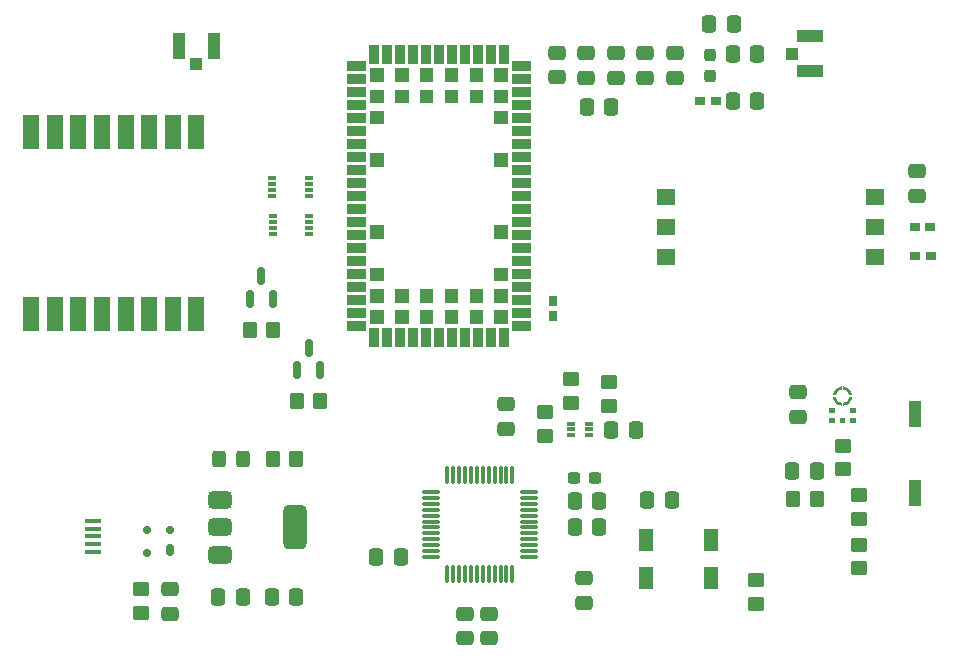
<source format=gbr>
%TF.GenerationSoftware,KiCad,Pcbnew,8.0.0*%
%TF.CreationDate,2024-10-31T15:18:52+01:00*%
%TF.ProjectId,gateway_design_kicad,67617465-7761-4795-9f64-657369676e5f,rev?*%
%TF.SameCoordinates,Original*%
%TF.FileFunction,Paste,Top*%
%TF.FilePolarity,Positive*%
%FSLAX46Y46*%
G04 Gerber Fmt 4.6, Leading zero omitted, Abs format (unit mm)*
G04 Created by KiCad (PCBNEW 8.0.0) date 2024-10-31 15:18:52*
%MOMM*%
%LPD*%
G01*
G04 APERTURE LIST*
G04 Aperture macros list*
%AMRoundRect*
0 Rectangle with rounded corners*
0 $1 Rounding radius*
0 $2 $3 $4 $5 $6 $7 $8 $9 X,Y pos of 4 corners*
0 Add a 4 corners polygon primitive as box body*
4,1,4,$2,$3,$4,$5,$6,$7,$8,$9,$2,$3,0*
0 Add four circle primitives for the rounded corners*
1,1,$1+$1,$2,$3*
1,1,$1+$1,$4,$5*
1,1,$1+$1,$6,$7*
1,1,$1+$1,$8,$9*
0 Add four rect primitives between the rounded corners*
20,1,$1+$1,$2,$3,$4,$5,0*
20,1,$1+$1,$4,$5,$6,$7,0*
20,1,$1+$1,$6,$7,$8,$9,0*
20,1,$1+$1,$8,$9,$2,$3,0*%
G04 Aperture macros list end*
%ADD10C,0.000000*%
%ADD11C,0.010000*%
%ADD12RoundRect,0.075000X0.662500X0.075000X-0.662500X0.075000X-0.662500X-0.075000X0.662500X-0.075000X0*%
%ADD13RoundRect,0.075000X0.075000X0.662500X-0.075000X0.662500X-0.075000X-0.662500X0.075000X-0.662500X0*%
%ADD14R,0.800000X0.300000*%
%ADD15RoundRect,0.175000X0.175000X0.325000X-0.175000X0.325000X-0.175000X-0.325000X0.175000X-0.325000X0*%
%ADD16RoundRect,0.150000X0.200000X0.150000X-0.200000X0.150000X-0.200000X-0.150000X0.200000X-0.150000X0*%
%ADD17RoundRect,0.250000X0.475000X-0.337500X0.475000X0.337500X-0.475000X0.337500X-0.475000X-0.337500X0*%
%ADD18RoundRect,0.250000X-0.450000X0.350000X-0.450000X-0.350000X0.450000X-0.350000X0.450000X0.350000X0*%
%ADD19R,1.050000X1.000000*%
%ADD20R,2.200000X1.050000*%
%ADD21RoundRect,0.237500X0.300000X0.237500X-0.300000X0.237500X-0.300000X-0.237500X0.300000X-0.237500X0*%
%ADD22RoundRect,0.250000X0.337500X0.475000X-0.337500X0.475000X-0.337500X-0.475000X0.337500X-0.475000X0*%
%ADD23RoundRect,0.250000X-0.337500X-0.475000X0.337500X-0.475000X0.337500X0.475000X-0.337500X0.475000X0*%
%ADD24R,1.400000X3.000000*%
%ADD25RoundRect,0.250000X-0.475000X0.337500X-0.475000X-0.337500X0.475000X-0.337500X0.475000X0.337500X0*%
%ADD26RoundRect,0.150000X0.150000X-0.587500X0.150000X0.587500X-0.150000X0.587500X-0.150000X-0.587500X0*%
%ADD27R,0.900000X0.700000*%
%ADD28RoundRect,0.085000X-0.265000X-0.085000X0.265000X-0.085000X0.265000X0.085000X-0.265000X0.085000X0*%
%ADD29R,1.600000X1.400000*%
%ADD30RoundRect,0.250000X-0.325000X-0.450000X0.325000X-0.450000X0.325000X0.450000X-0.325000X0.450000X0*%
%ADD31RoundRect,0.375000X-0.625000X-0.375000X0.625000X-0.375000X0.625000X0.375000X-0.625000X0.375000X0*%
%ADD32RoundRect,0.500000X-0.500000X-1.400000X0.500000X-1.400000X0.500000X1.400000X-0.500000X1.400000X0*%
%ADD33R,1.000000X1.050000*%
%ADD34R,1.050000X2.200000*%
%ADD35R,1.400000X0.400000*%
%ADD36RoundRect,0.250000X-0.350000X-0.450000X0.350000X-0.450000X0.350000X0.450000X-0.350000X0.450000X0*%
%ADD37RoundRect,0.250000X0.450000X-0.350000X0.450000X0.350000X-0.450000X0.350000X-0.450000X-0.350000X0*%
%ADD38RoundRect,0.250000X0.350000X0.450000X-0.350000X0.450000X-0.350000X-0.450000X0.350000X-0.450000X0*%
%ADD39R,1.300000X1.900000*%
%ADD40RoundRect,0.237500X0.237500X-0.300000X0.237500X0.300000X-0.237500X0.300000X-0.237500X-0.300000X0*%
%ADD41R,0.700000X0.900000*%
%ADD42R,1.120000X2.160000*%
G04 APERTURE END LIST*
%TO.C,MK2*%
G36*
X153050000Y-94411000D02*
G01*
X153550000Y-94411000D01*
X153550000Y-93989000D01*
X153050000Y-93989000D01*
X153050000Y-94411000D01*
G37*
G36*
X153550000Y-93589000D02*
G01*
X153050000Y-93589000D01*
X153050000Y-93167000D01*
X153550000Y-93167000D01*
X153550000Y-93589000D01*
G37*
G36*
X154450000Y-94411000D02*
G01*
X153950000Y-94411000D01*
X153950000Y-93989000D01*
X154450000Y-93989000D01*
X154450000Y-94411000D01*
G37*
G36*
X154850000Y-93589000D02*
G01*
X155350000Y-93589000D01*
X155350000Y-93167000D01*
X154850000Y-93167000D01*
X154850000Y-93589000D01*
G37*
G36*
X155350000Y-94411000D02*
G01*
X154850000Y-94411000D01*
X154850000Y-93989000D01*
X155350000Y-93989000D01*
X155350000Y-94411000D01*
G37*
D10*
G36*
X154150000Y-91565700D02*
G01*
X154040200Y-91586700D01*
X153936800Y-91628900D01*
X153843700Y-91690700D01*
X153764700Y-91769700D01*
X153702900Y-91862800D01*
X153660700Y-91966200D01*
X153639700Y-92076000D01*
X153389000Y-92076000D01*
X153416600Y-91910500D01*
X153477500Y-91754300D01*
X153569200Y-91613800D01*
X153687800Y-91495200D01*
X153828300Y-91403500D01*
X153984500Y-91342600D01*
X154150000Y-91315000D01*
X154150000Y-91565700D01*
G37*
G36*
X153660700Y-92285800D02*
G01*
X153702900Y-92389200D01*
X153764700Y-92482300D01*
X153843700Y-92561300D01*
X153936800Y-92623100D01*
X154040200Y-92665300D01*
X154150000Y-92686300D01*
X154150000Y-92937000D01*
X153984500Y-92909400D01*
X153828300Y-92848500D01*
X153687800Y-92756800D01*
X153569200Y-92638200D01*
X153477500Y-92497700D01*
X153416600Y-92341500D01*
X153389000Y-92176000D01*
X153639700Y-92176000D01*
X153660700Y-92285800D01*
G37*
G36*
X154415500Y-91342600D02*
G01*
X154571700Y-91403500D01*
X154712200Y-91495200D01*
X154830800Y-91613800D01*
X154922500Y-91754300D01*
X154983400Y-91910500D01*
X155011000Y-92076000D01*
X154760300Y-92076000D01*
X154739300Y-91966200D01*
X154697100Y-91862800D01*
X154635300Y-91769700D01*
X154556300Y-91690700D01*
X154463200Y-91628900D01*
X154359800Y-91586700D01*
X154250000Y-91565700D01*
X154250000Y-91315000D01*
X154415500Y-91342600D01*
G37*
G36*
X154983400Y-92341500D02*
G01*
X154922500Y-92497700D01*
X154830800Y-92638200D01*
X154712200Y-92756800D01*
X154571700Y-92848500D01*
X154415500Y-92909400D01*
X154250000Y-92937000D01*
X154250000Y-92686300D01*
X154359800Y-92665300D01*
X154463200Y-92623100D01*
X154556300Y-92561300D01*
X154635300Y-92482300D01*
X154697100Y-92389200D01*
X154739300Y-92285800D01*
X154760300Y-92176000D01*
X155011000Y-92176000D01*
X154983400Y-92341500D01*
G37*
D11*
%TO.C,U11*%
X113775000Y-64525000D02*
X112225000Y-64525000D01*
X112225000Y-63775000D01*
X113775000Y-63775000D01*
X113775000Y-64525000D01*
G36*
X113775000Y-64525000D02*
G01*
X112225000Y-64525000D01*
X112225000Y-63775000D01*
X113775000Y-63775000D01*
X113775000Y-64525000D01*
G37*
X113775000Y-65625000D02*
X112225000Y-65625000D01*
X112225000Y-64875000D01*
X113775000Y-64875000D01*
X113775000Y-65625000D01*
G36*
X113775000Y-65625000D02*
G01*
X112225000Y-65625000D01*
X112225000Y-64875000D01*
X113775000Y-64875000D01*
X113775000Y-65625000D01*
G37*
X113775000Y-66725000D02*
X112225000Y-66725000D01*
X112225000Y-65975000D01*
X113775000Y-65975000D01*
X113775000Y-66725000D01*
G36*
X113775000Y-66725000D02*
G01*
X112225000Y-66725000D01*
X112225000Y-65975000D01*
X113775000Y-65975000D01*
X113775000Y-66725000D01*
G37*
X113775000Y-67825000D02*
X112225000Y-67825000D01*
X112225000Y-67075000D01*
X113775000Y-67075000D01*
X113775000Y-67825000D01*
G36*
X113775000Y-67825000D02*
G01*
X112225000Y-67825000D01*
X112225000Y-67075000D01*
X113775000Y-67075000D01*
X113775000Y-67825000D01*
G37*
X113775000Y-68925000D02*
X112225000Y-68925000D01*
X112225000Y-68175000D01*
X113775000Y-68175000D01*
X113775000Y-68925000D01*
G36*
X113775000Y-68925000D02*
G01*
X112225000Y-68925000D01*
X112225000Y-68175000D01*
X113775000Y-68175000D01*
X113775000Y-68925000D01*
G37*
X113775000Y-70025000D02*
X112225000Y-70025000D01*
X112225000Y-69275000D01*
X113775000Y-69275000D01*
X113775000Y-70025000D01*
G36*
X113775000Y-70025000D02*
G01*
X112225000Y-70025000D01*
X112225000Y-69275000D01*
X113775000Y-69275000D01*
X113775000Y-70025000D01*
G37*
X113775000Y-71125000D02*
X112225000Y-71125000D01*
X112225000Y-70375000D01*
X113775000Y-70375000D01*
X113775000Y-71125000D01*
G36*
X113775000Y-71125000D02*
G01*
X112225000Y-71125000D01*
X112225000Y-70375000D01*
X113775000Y-70375000D01*
X113775000Y-71125000D01*
G37*
X113775000Y-72225000D02*
X112225000Y-72225000D01*
X112225000Y-71475000D01*
X113775000Y-71475000D01*
X113775000Y-72225000D01*
G36*
X113775000Y-72225000D02*
G01*
X112225000Y-72225000D01*
X112225000Y-71475000D01*
X113775000Y-71475000D01*
X113775000Y-72225000D01*
G37*
X113775000Y-73325000D02*
X112225000Y-73325000D01*
X112225000Y-72575000D01*
X113775000Y-72575000D01*
X113775000Y-73325000D01*
G36*
X113775000Y-73325000D02*
G01*
X112225000Y-73325000D01*
X112225000Y-72575000D01*
X113775000Y-72575000D01*
X113775000Y-73325000D01*
G37*
X113775000Y-74425000D02*
X112225000Y-74425000D01*
X112225000Y-73675000D01*
X113775000Y-73675000D01*
X113775000Y-74425000D01*
G36*
X113775000Y-74425000D02*
G01*
X112225000Y-74425000D01*
X112225000Y-73675000D01*
X113775000Y-73675000D01*
X113775000Y-74425000D01*
G37*
X113775000Y-75525000D02*
X112225000Y-75525000D01*
X112225000Y-74775000D01*
X113775000Y-74775000D01*
X113775000Y-75525000D01*
G36*
X113775000Y-75525000D02*
G01*
X112225000Y-75525000D01*
X112225000Y-74775000D01*
X113775000Y-74775000D01*
X113775000Y-75525000D01*
G37*
X113775000Y-76625000D02*
X112225000Y-76625000D01*
X112225000Y-75875000D01*
X113775000Y-75875000D01*
X113775000Y-76625000D01*
G36*
X113775000Y-76625000D02*
G01*
X112225000Y-76625000D01*
X112225000Y-75875000D01*
X113775000Y-75875000D01*
X113775000Y-76625000D01*
G37*
X113775000Y-77725000D02*
X112225000Y-77725000D01*
X112225000Y-76975000D01*
X113775000Y-76975000D01*
X113775000Y-77725000D01*
G36*
X113775000Y-77725000D02*
G01*
X112225000Y-77725000D01*
X112225000Y-76975000D01*
X113775000Y-76975000D01*
X113775000Y-77725000D01*
G37*
X113775000Y-78825000D02*
X112225000Y-78825000D01*
X112225000Y-78075000D01*
X113775000Y-78075000D01*
X113775000Y-78825000D01*
G36*
X113775000Y-78825000D02*
G01*
X112225000Y-78825000D01*
X112225000Y-78075000D01*
X113775000Y-78075000D01*
X113775000Y-78825000D01*
G37*
X113775000Y-79925000D02*
X112225000Y-79925000D01*
X112225000Y-79175000D01*
X113775000Y-79175000D01*
X113775000Y-79925000D01*
G36*
X113775000Y-79925000D02*
G01*
X112225000Y-79925000D01*
X112225000Y-79175000D01*
X113775000Y-79175000D01*
X113775000Y-79925000D01*
G37*
X113775000Y-81025000D02*
X112225000Y-81025000D01*
X112225000Y-80275000D01*
X113775000Y-80275000D01*
X113775000Y-81025000D01*
G36*
X113775000Y-81025000D02*
G01*
X112225000Y-81025000D01*
X112225000Y-80275000D01*
X113775000Y-80275000D01*
X113775000Y-81025000D01*
G37*
X113775000Y-82125000D02*
X112225000Y-82125000D01*
X112225000Y-81375000D01*
X113775000Y-81375000D01*
X113775000Y-82125000D01*
G36*
X113775000Y-82125000D02*
G01*
X112225000Y-82125000D01*
X112225000Y-81375000D01*
X113775000Y-81375000D01*
X113775000Y-82125000D01*
G37*
X113775000Y-83225000D02*
X112225000Y-83225000D01*
X112225000Y-82475000D01*
X113775000Y-82475000D01*
X113775000Y-83225000D01*
G36*
X113775000Y-83225000D02*
G01*
X112225000Y-83225000D01*
X112225000Y-82475000D01*
X113775000Y-82475000D01*
X113775000Y-83225000D01*
G37*
X113775000Y-84325000D02*
X112225000Y-84325000D01*
X112225000Y-83575000D01*
X113775000Y-83575000D01*
X113775000Y-84325000D01*
G36*
X113775000Y-84325000D02*
G01*
X112225000Y-84325000D01*
X112225000Y-83575000D01*
X113775000Y-83575000D01*
X113775000Y-84325000D01*
G37*
X113775000Y-85425000D02*
X112225000Y-85425000D01*
X112225000Y-84675000D01*
X113775000Y-84675000D01*
X113775000Y-85425000D01*
G36*
X113775000Y-85425000D02*
G01*
X112225000Y-85425000D01*
X112225000Y-84675000D01*
X113775000Y-84675000D01*
X113775000Y-85425000D01*
G37*
X113775000Y-86525000D02*
X112225000Y-86525000D01*
X112225000Y-85775000D01*
X113775000Y-85775000D01*
X113775000Y-86525000D01*
G36*
X113775000Y-86525000D02*
G01*
X112225000Y-86525000D01*
X112225000Y-85775000D01*
X113775000Y-85775000D01*
X113775000Y-86525000D01*
G37*
X114875000Y-63925000D02*
X114125000Y-63925000D01*
X114125000Y-62375000D01*
X114875000Y-62375000D01*
X114875000Y-63925000D01*
G36*
X114875000Y-63925000D02*
G01*
X114125000Y-63925000D01*
X114125000Y-62375000D01*
X114875000Y-62375000D01*
X114875000Y-63925000D01*
G37*
X114875000Y-87925000D02*
X114125000Y-87925000D01*
X114125000Y-86375000D01*
X114875000Y-86375000D01*
X114875000Y-87925000D01*
G36*
X114875000Y-87925000D02*
G01*
X114125000Y-87925000D01*
X114125000Y-86375000D01*
X114875000Y-86375000D01*
X114875000Y-87925000D01*
G37*
X115275000Y-65425000D02*
X114225000Y-65425000D01*
X114225000Y-64375000D01*
X115275000Y-64375000D01*
X115275000Y-65425000D01*
G36*
X115275000Y-65425000D02*
G01*
X114225000Y-65425000D01*
X114225000Y-64375000D01*
X115275000Y-64375000D01*
X115275000Y-65425000D01*
G37*
X115275000Y-67225000D02*
X114225000Y-67225000D01*
X114225000Y-66175000D01*
X115275000Y-66175000D01*
X115275000Y-67225000D01*
G36*
X115275000Y-67225000D02*
G01*
X114225000Y-67225000D01*
X114225000Y-66175000D01*
X115275000Y-66175000D01*
X115275000Y-67225000D01*
G37*
X115275000Y-69025000D02*
X114225000Y-69025000D01*
X114225000Y-67975000D01*
X115275000Y-67975000D01*
X115275000Y-69025000D01*
G36*
X115275000Y-69025000D02*
G01*
X114225000Y-69025000D01*
X114225000Y-67975000D01*
X115275000Y-67975000D01*
X115275000Y-69025000D01*
G37*
X115275000Y-72625000D02*
X114225000Y-72625000D01*
X114225000Y-71575000D01*
X115275000Y-71575000D01*
X115275000Y-72625000D01*
G36*
X115275000Y-72625000D02*
G01*
X114225000Y-72625000D01*
X114225000Y-71575000D01*
X115275000Y-71575000D01*
X115275000Y-72625000D01*
G37*
X115275000Y-78725000D02*
X114225000Y-78725000D01*
X114225000Y-77675000D01*
X115275000Y-77675000D01*
X115275000Y-78725000D01*
G36*
X115275000Y-78725000D02*
G01*
X114225000Y-78725000D01*
X114225000Y-77675000D01*
X115275000Y-77675000D01*
X115275000Y-78725000D01*
G37*
X115275000Y-82325000D02*
X114225000Y-82325000D01*
X114225000Y-81275000D01*
X115275000Y-81275000D01*
X115275000Y-82325000D01*
G36*
X115275000Y-82325000D02*
G01*
X114225000Y-82325000D01*
X114225000Y-81275000D01*
X115275000Y-81275000D01*
X115275000Y-82325000D01*
G37*
X115275000Y-84125000D02*
X114225000Y-84125000D01*
X114225000Y-83075000D01*
X115275000Y-83075000D01*
X115275000Y-84125000D01*
G36*
X115275000Y-84125000D02*
G01*
X114225000Y-84125000D01*
X114225000Y-83075000D01*
X115275000Y-83075000D01*
X115275000Y-84125000D01*
G37*
X115275000Y-85925000D02*
X114225000Y-85925000D01*
X114225000Y-84875000D01*
X115275000Y-84875000D01*
X115275000Y-85925000D01*
G36*
X115275000Y-85925000D02*
G01*
X114225000Y-85925000D01*
X114225000Y-84875000D01*
X115275000Y-84875000D01*
X115275000Y-85925000D01*
G37*
X115975000Y-63925000D02*
X115225000Y-63925000D01*
X115225000Y-62375000D01*
X115975000Y-62375000D01*
X115975000Y-63925000D01*
G36*
X115975000Y-63925000D02*
G01*
X115225000Y-63925000D01*
X115225000Y-62375000D01*
X115975000Y-62375000D01*
X115975000Y-63925000D01*
G37*
X115975000Y-87925000D02*
X115225000Y-87925000D01*
X115225000Y-86375000D01*
X115975000Y-86375000D01*
X115975000Y-87925000D01*
G36*
X115975000Y-87925000D02*
G01*
X115225000Y-87925000D01*
X115225000Y-86375000D01*
X115975000Y-86375000D01*
X115975000Y-87925000D01*
G37*
X117075000Y-63925000D02*
X116325000Y-63925000D01*
X116325000Y-62375000D01*
X117075000Y-62375000D01*
X117075000Y-63925000D01*
G36*
X117075000Y-63925000D02*
G01*
X116325000Y-63925000D01*
X116325000Y-62375000D01*
X117075000Y-62375000D01*
X117075000Y-63925000D01*
G37*
X117375000Y-65425000D02*
X116325000Y-65425000D01*
X116325000Y-64375000D01*
X117375000Y-64375000D01*
X117375000Y-65425000D01*
G36*
X117375000Y-65425000D02*
G01*
X116325000Y-65425000D01*
X116325000Y-64375000D01*
X117375000Y-64375000D01*
X117375000Y-65425000D01*
G37*
X117375000Y-67225000D02*
X116325000Y-67225000D01*
X116325000Y-66175000D01*
X117375000Y-66175000D01*
X117375000Y-67225000D01*
G36*
X117375000Y-67225000D02*
G01*
X116325000Y-67225000D01*
X116325000Y-66175000D01*
X117375000Y-66175000D01*
X117375000Y-67225000D01*
G37*
X117375000Y-84125000D02*
X116325000Y-84125000D01*
X116325000Y-83075000D01*
X117375000Y-83075000D01*
X117375000Y-84125000D01*
G36*
X117375000Y-84125000D02*
G01*
X116325000Y-84125000D01*
X116325000Y-83075000D01*
X117375000Y-83075000D01*
X117375000Y-84125000D01*
G37*
X117375000Y-85925000D02*
X116325000Y-85925000D01*
X116325000Y-84875000D01*
X117375000Y-84875000D01*
X117375000Y-85925000D01*
G36*
X117375000Y-85925000D02*
G01*
X116325000Y-85925000D01*
X116325000Y-84875000D01*
X117375000Y-84875000D01*
X117375000Y-85925000D01*
G37*
X117075000Y-87925000D02*
X116325000Y-87925000D01*
X116325000Y-86375000D01*
X117075000Y-86375000D01*
X117075000Y-87925000D01*
G36*
X117075000Y-87925000D02*
G01*
X116325000Y-87925000D01*
X116325000Y-86375000D01*
X117075000Y-86375000D01*
X117075000Y-87925000D01*
G37*
X118175000Y-63925000D02*
X117425000Y-63925000D01*
X117425000Y-62375000D01*
X118175000Y-62375000D01*
X118175000Y-63925000D01*
G36*
X118175000Y-63925000D02*
G01*
X117425000Y-63925000D01*
X117425000Y-62375000D01*
X118175000Y-62375000D01*
X118175000Y-63925000D01*
G37*
X118175000Y-87925000D02*
X117425000Y-87925000D01*
X117425000Y-86375000D01*
X118175000Y-86375000D01*
X118175000Y-87925000D01*
G36*
X118175000Y-87925000D02*
G01*
X117425000Y-87925000D01*
X117425000Y-86375000D01*
X118175000Y-86375000D01*
X118175000Y-87925000D01*
G37*
X119475000Y-65425000D02*
X118425000Y-65425000D01*
X118425000Y-64375000D01*
X119475000Y-64375000D01*
X119475000Y-65425000D01*
G36*
X119475000Y-65425000D02*
G01*
X118425000Y-65425000D01*
X118425000Y-64375000D01*
X119475000Y-64375000D01*
X119475000Y-65425000D01*
G37*
X119475000Y-67225000D02*
X118425000Y-67225000D01*
X118425000Y-66175000D01*
X119475000Y-66175000D01*
X119475000Y-67225000D01*
G36*
X119475000Y-67225000D02*
G01*
X118425000Y-67225000D01*
X118425000Y-66175000D01*
X119475000Y-66175000D01*
X119475000Y-67225000D01*
G37*
X119475000Y-84125000D02*
X118425000Y-84125000D01*
X118425000Y-83075000D01*
X119475000Y-83075000D01*
X119475000Y-84125000D01*
G36*
X119475000Y-84125000D02*
G01*
X118425000Y-84125000D01*
X118425000Y-83075000D01*
X119475000Y-83075000D01*
X119475000Y-84125000D01*
G37*
X119475000Y-85925000D02*
X118425000Y-85925000D01*
X118425000Y-84875000D01*
X119475000Y-84875000D01*
X119475000Y-85925000D01*
G36*
X119475000Y-85925000D02*
G01*
X118425000Y-85925000D01*
X118425000Y-84875000D01*
X119475000Y-84875000D01*
X119475000Y-85925000D01*
G37*
X119275000Y-63925000D02*
X118525000Y-63925000D01*
X118525000Y-62375000D01*
X119275000Y-62375000D01*
X119275000Y-63925000D01*
G36*
X119275000Y-63925000D02*
G01*
X118525000Y-63925000D01*
X118525000Y-62375000D01*
X119275000Y-62375000D01*
X119275000Y-63925000D01*
G37*
X119275000Y-87925000D02*
X118525000Y-87925000D01*
X118525000Y-86375000D01*
X119275000Y-86375000D01*
X119275000Y-87925000D01*
G36*
X119275000Y-87925000D02*
G01*
X118525000Y-87925000D01*
X118525000Y-86375000D01*
X119275000Y-86375000D01*
X119275000Y-87925000D01*
G37*
X120375000Y-63925000D02*
X119625000Y-63925000D01*
X119625000Y-62375000D01*
X120375000Y-62375000D01*
X120375000Y-63925000D01*
G36*
X120375000Y-63925000D02*
G01*
X119625000Y-63925000D01*
X119625000Y-62375000D01*
X120375000Y-62375000D01*
X120375000Y-63925000D01*
G37*
X120375000Y-87925000D02*
X119625000Y-87925000D01*
X119625000Y-86375000D01*
X120375000Y-86375000D01*
X120375000Y-87925000D01*
G36*
X120375000Y-87925000D02*
G01*
X119625000Y-87925000D01*
X119625000Y-86375000D01*
X120375000Y-86375000D01*
X120375000Y-87925000D01*
G37*
X121575000Y-65425000D02*
X120525000Y-65425000D01*
X120525000Y-64375000D01*
X121575000Y-64375000D01*
X121575000Y-65425000D01*
G36*
X121575000Y-65425000D02*
G01*
X120525000Y-65425000D01*
X120525000Y-64375000D01*
X121575000Y-64375000D01*
X121575000Y-65425000D01*
G37*
X121575000Y-67225000D02*
X120525000Y-67225000D01*
X120525000Y-66175000D01*
X121575000Y-66175000D01*
X121575000Y-67225000D01*
G36*
X121575000Y-67225000D02*
G01*
X120525000Y-67225000D01*
X120525000Y-66175000D01*
X121575000Y-66175000D01*
X121575000Y-67225000D01*
G37*
X121575000Y-84125000D02*
X120525000Y-84125000D01*
X120525000Y-83075000D01*
X121575000Y-83075000D01*
X121575000Y-84125000D01*
G36*
X121575000Y-84125000D02*
G01*
X120525000Y-84125000D01*
X120525000Y-83075000D01*
X121575000Y-83075000D01*
X121575000Y-84125000D01*
G37*
X121575000Y-85925000D02*
X120525000Y-85925000D01*
X120525000Y-84875000D01*
X121575000Y-84875000D01*
X121575000Y-85925000D01*
G36*
X121575000Y-85925000D02*
G01*
X120525000Y-85925000D01*
X120525000Y-84875000D01*
X121575000Y-84875000D01*
X121575000Y-85925000D01*
G37*
X121475000Y-63925000D02*
X120725000Y-63925000D01*
X120725000Y-62375000D01*
X121475000Y-62375000D01*
X121475000Y-63925000D01*
G36*
X121475000Y-63925000D02*
G01*
X120725000Y-63925000D01*
X120725000Y-62375000D01*
X121475000Y-62375000D01*
X121475000Y-63925000D01*
G37*
X121475000Y-87925000D02*
X120725000Y-87925000D01*
X120725000Y-86375000D01*
X121475000Y-86375000D01*
X121475000Y-87925000D01*
G36*
X121475000Y-87925000D02*
G01*
X120725000Y-87925000D01*
X120725000Y-86375000D01*
X121475000Y-86375000D01*
X121475000Y-87925000D01*
G37*
X122575000Y-63925000D02*
X121825000Y-63925000D01*
X121825000Y-62375000D01*
X122575000Y-62375000D01*
X122575000Y-63925000D01*
G36*
X122575000Y-63925000D02*
G01*
X121825000Y-63925000D01*
X121825000Y-62375000D01*
X122575000Y-62375000D01*
X122575000Y-63925000D01*
G37*
X122575000Y-87925000D02*
X121825000Y-87925000D01*
X121825000Y-86375000D01*
X122575000Y-86375000D01*
X122575000Y-87925000D01*
G36*
X122575000Y-87925000D02*
G01*
X121825000Y-87925000D01*
X121825000Y-86375000D01*
X122575000Y-86375000D01*
X122575000Y-87925000D01*
G37*
X123675000Y-65425000D02*
X122625000Y-65425000D01*
X122625000Y-64375000D01*
X123675000Y-64375000D01*
X123675000Y-65425000D01*
G36*
X123675000Y-65425000D02*
G01*
X122625000Y-65425000D01*
X122625000Y-64375000D01*
X123675000Y-64375000D01*
X123675000Y-65425000D01*
G37*
X123675000Y-67225000D02*
X122625000Y-67225000D01*
X122625000Y-66175000D01*
X123675000Y-66175000D01*
X123675000Y-67225000D01*
G36*
X123675000Y-67225000D02*
G01*
X122625000Y-67225000D01*
X122625000Y-66175000D01*
X123675000Y-66175000D01*
X123675000Y-67225000D01*
G37*
X123675000Y-84125000D02*
X122625000Y-84125000D01*
X122625000Y-83075000D01*
X123675000Y-83075000D01*
X123675000Y-84125000D01*
G36*
X123675000Y-84125000D02*
G01*
X122625000Y-84125000D01*
X122625000Y-83075000D01*
X123675000Y-83075000D01*
X123675000Y-84125000D01*
G37*
X123675000Y-85925000D02*
X122625000Y-85925000D01*
X122625000Y-84875000D01*
X123675000Y-84875000D01*
X123675000Y-85925000D01*
G36*
X123675000Y-85925000D02*
G01*
X122625000Y-85925000D01*
X122625000Y-84875000D01*
X123675000Y-84875000D01*
X123675000Y-85925000D01*
G37*
X123675000Y-63925000D02*
X122925000Y-63925000D01*
X122925000Y-62375000D01*
X123675000Y-62375000D01*
X123675000Y-63925000D01*
G36*
X123675000Y-63925000D02*
G01*
X122925000Y-63925000D01*
X122925000Y-62375000D01*
X123675000Y-62375000D01*
X123675000Y-63925000D01*
G37*
X123675000Y-87925000D02*
X122925000Y-87925000D01*
X122925000Y-86375000D01*
X123675000Y-86375000D01*
X123675000Y-87925000D01*
G36*
X123675000Y-87925000D02*
G01*
X122925000Y-87925000D01*
X122925000Y-86375000D01*
X123675000Y-86375000D01*
X123675000Y-87925000D01*
G37*
X124775000Y-63925000D02*
X124025000Y-63925000D01*
X124025000Y-62375000D01*
X124775000Y-62375000D01*
X124775000Y-63925000D01*
G36*
X124775000Y-63925000D02*
G01*
X124025000Y-63925000D01*
X124025000Y-62375000D01*
X124775000Y-62375000D01*
X124775000Y-63925000D01*
G37*
X124775000Y-87925000D02*
X124025000Y-87925000D01*
X124025000Y-86375000D01*
X124775000Y-86375000D01*
X124775000Y-87925000D01*
G36*
X124775000Y-87925000D02*
G01*
X124025000Y-87925000D01*
X124025000Y-86375000D01*
X124775000Y-86375000D01*
X124775000Y-87925000D01*
G37*
X125775000Y-65425000D02*
X124725000Y-65425000D01*
X124725000Y-64375000D01*
X125775000Y-64375000D01*
X125775000Y-65425000D01*
G36*
X125775000Y-65425000D02*
G01*
X124725000Y-65425000D01*
X124725000Y-64375000D01*
X125775000Y-64375000D01*
X125775000Y-65425000D01*
G37*
X125775000Y-67225000D02*
X124725000Y-67225000D01*
X124725000Y-66175000D01*
X125775000Y-66175000D01*
X125775000Y-67225000D01*
G36*
X125775000Y-67225000D02*
G01*
X124725000Y-67225000D01*
X124725000Y-66175000D01*
X125775000Y-66175000D01*
X125775000Y-67225000D01*
G37*
X125775000Y-69025000D02*
X124725000Y-69025000D01*
X124725000Y-67975000D01*
X125775000Y-67975000D01*
X125775000Y-69025000D01*
G36*
X125775000Y-69025000D02*
G01*
X124725000Y-69025000D01*
X124725000Y-67975000D01*
X125775000Y-67975000D01*
X125775000Y-69025000D01*
G37*
X125775000Y-72625000D02*
X124725000Y-72625000D01*
X124725000Y-71575000D01*
X125775000Y-71575000D01*
X125775000Y-72625000D01*
G36*
X125775000Y-72625000D02*
G01*
X124725000Y-72625000D01*
X124725000Y-71575000D01*
X125775000Y-71575000D01*
X125775000Y-72625000D01*
G37*
X125775000Y-78725000D02*
X124725000Y-78725000D01*
X124725000Y-77675000D01*
X125775000Y-77675000D01*
X125775000Y-78725000D01*
G36*
X125775000Y-78725000D02*
G01*
X124725000Y-78725000D01*
X124725000Y-77675000D01*
X125775000Y-77675000D01*
X125775000Y-78725000D01*
G37*
X125775000Y-82325000D02*
X124725000Y-82325000D01*
X124725000Y-81275000D01*
X125775000Y-81275000D01*
X125775000Y-82325000D01*
G36*
X125775000Y-82325000D02*
G01*
X124725000Y-82325000D01*
X124725000Y-81275000D01*
X125775000Y-81275000D01*
X125775000Y-82325000D01*
G37*
X125775000Y-84125000D02*
X124725000Y-84125000D01*
X124725000Y-83075000D01*
X125775000Y-83075000D01*
X125775000Y-84125000D01*
G36*
X125775000Y-84125000D02*
G01*
X124725000Y-84125000D01*
X124725000Y-83075000D01*
X125775000Y-83075000D01*
X125775000Y-84125000D01*
G37*
X125775000Y-85925000D02*
X124725000Y-85925000D01*
X124725000Y-84875000D01*
X125775000Y-84875000D01*
X125775000Y-85925000D01*
G36*
X125775000Y-85925000D02*
G01*
X124725000Y-85925000D01*
X124725000Y-84875000D01*
X125775000Y-84875000D01*
X125775000Y-85925000D01*
G37*
X125875000Y-63925000D02*
X125125000Y-63925000D01*
X125125000Y-62375000D01*
X125875000Y-62375000D01*
X125875000Y-63925000D01*
G36*
X125875000Y-63925000D02*
G01*
X125125000Y-63925000D01*
X125125000Y-62375000D01*
X125875000Y-62375000D01*
X125875000Y-63925000D01*
G37*
X125875000Y-87925000D02*
X125125000Y-87925000D01*
X125125000Y-86375000D01*
X125875000Y-86375000D01*
X125875000Y-87925000D01*
G36*
X125875000Y-87925000D02*
G01*
X125125000Y-87925000D01*
X125125000Y-86375000D01*
X125875000Y-86375000D01*
X125875000Y-87925000D01*
G37*
X127775000Y-64525000D02*
X126225000Y-64525000D01*
X126225000Y-63775000D01*
X127775000Y-63775000D01*
X127775000Y-64525000D01*
G36*
X127775000Y-64525000D02*
G01*
X126225000Y-64525000D01*
X126225000Y-63775000D01*
X127775000Y-63775000D01*
X127775000Y-64525000D01*
G37*
X127775000Y-65625000D02*
X126225000Y-65625000D01*
X126225000Y-64875000D01*
X127775000Y-64875000D01*
X127775000Y-65625000D01*
G36*
X127775000Y-65625000D02*
G01*
X126225000Y-65625000D01*
X126225000Y-64875000D01*
X127775000Y-64875000D01*
X127775000Y-65625000D01*
G37*
X127775000Y-66725000D02*
X126225000Y-66725000D01*
X126225000Y-65975000D01*
X127775000Y-65975000D01*
X127775000Y-66725000D01*
G36*
X127775000Y-66725000D02*
G01*
X126225000Y-66725000D01*
X126225000Y-65975000D01*
X127775000Y-65975000D01*
X127775000Y-66725000D01*
G37*
X127775000Y-67825000D02*
X126225000Y-67825000D01*
X126225000Y-67075000D01*
X127775000Y-67075000D01*
X127775000Y-67825000D01*
G36*
X127775000Y-67825000D02*
G01*
X126225000Y-67825000D01*
X126225000Y-67075000D01*
X127775000Y-67075000D01*
X127775000Y-67825000D01*
G37*
X127775000Y-68925000D02*
X126225000Y-68925000D01*
X126225000Y-68175000D01*
X127775000Y-68175000D01*
X127775000Y-68925000D01*
G36*
X127775000Y-68925000D02*
G01*
X126225000Y-68925000D01*
X126225000Y-68175000D01*
X127775000Y-68175000D01*
X127775000Y-68925000D01*
G37*
X127775000Y-70025000D02*
X126225000Y-70025000D01*
X126225000Y-69275000D01*
X127775000Y-69275000D01*
X127775000Y-70025000D01*
G36*
X127775000Y-70025000D02*
G01*
X126225000Y-70025000D01*
X126225000Y-69275000D01*
X127775000Y-69275000D01*
X127775000Y-70025000D01*
G37*
X127775000Y-71125000D02*
X126225000Y-71125000D01*
X126225000Y-70375000D01*
X127775000Y-70375000D01*
X127775000Y-71125000D01*
G36*
X127775000Y-71125000D02*
G01*
X126225000Y-71125000D01*
X126225000Y-70375000D01*
X127775000Y-70375000D01*
X127775000Y-71125000D01*
G37*
X127775000Y-72225000D02*
X126225000Y-72225000D01*
X126225000Y-71475000D01*
X127775000Y-71475000D01*
X127775000Y-72225000D01*
G36*
X127775000Y-72225000D02*
G01*
X126225000Y-72225000D01*
X126225000Y-71475000D01*
X127775000Y-71475000D01*
X127775000Y-72225000D01*
G37*
X127775000Y-73325000D02*
X126225000Y-73325000D01*
X126225000Y-72575000D01*
X127775000Y-72575000D01*
X127775000Y-73325000D01*
G36*
X127775000Y-73325000D02*
G01*
X126225000Y-73325000D01*
X126225000Y-72575000D01*
X127775000Y-72575000D01*
X127775000Y-73325000D01*
G37*
X127775000Y-74425000D02*
X126225000Y-74425000D01*
X126225000Y-73675000D01*
X127775000Y-73675000D01*
X127775000Y-74425000D01*
G36*
X127775000Y-74425000D02*
G01*
X126225000Y-74425000D01*
X126225000Y-73675000D01*
X127775000Y-73675000D01*
X127775000Y-74425000D01*
G37*
X127775000Y-75525000D02*
X126225000Y-75525000D01*
X126225000Y-74775000D01*
X127775000Y-74775000D01*
X127775000Y-75525000D01*
G36*
X127775000Y-75525000D02*
G01*
X126225000Y-75525000D01*
X126225000Y-74775000D01*
X127775000Y-74775000D01*
X127775000Y-75525000D01*
G37*
X127775000Y-76625000D02*
X126225000Y-76625000D01*
X126225000Y-75875000D01*
X127775000Y-75875000D01*
X127775000Y-76625000D01*
G36*
X127775000Y-76625000D02*
G01*
X126225000Y-76625000D01*
X126225000Y-75875000D01*
X127775000Y-75875000D01*
X127775000Y-76625000D01*
G37*
X127775000Y-77725000D02*
X126225000Y-77725000D01*
X126225000Y-76975000D01*
X127775000Y-76975000D01*
X127775000Y-77725000D01*
G36*
X127775000Y-77725000D02*
G01*
X126225000Y-77725000D01*
X126225000Y-76975000D01*
X127775000Y-76975000D01*
X127775000Y-77725000D01*
G37*
X127775000Y-78825000D02*
X126225000Y-78825000D01*
X126225000Y-78075000D01*
X127775000Y-78075000D01*
X127775000Y-78825000D01*
G36*
X127775000Y-78825000D02*
G01*
X126225000Y-78825000D01*
X126225000Y-78075000D01*
X127775000Y-78075000D01*
X127775000Y-78825000D01*
G37*
X127775000Y-79925000D02*
X126225000Y-79925000D01*
X126225000Y-79175000D01*
X127775000Y-79175000D01*
X127775000Y-79925000D01*
G36*
X127775000Y-79925000D02*
G01*
X126225000Y-79925000D01*
X126225000Y-79175000D01*
X127775000Y-79175000D01*
X127775000Y-79925000D01*
G37*
X127775000Y-81025000D02*
X126225000Y-81025000D01*
X126225000Y-80275000D01*
X127775000Y-80275000D01*
X127775000Y-81025000D01*
G36*
X127775000Y-81025000D02*
G01*
X126225000Y-81025000D01*
X126225000Y-80275000D01*
X127775000Y-80275000D01*
X127775000Y-81025000D01*
G37*
X127775000Y-82125000D02*
X126225000Y-82125000D01*
X126225000Y-81375000D01*
X127775000Y-81375000D01*
X127775000Y-82125000D01*
G36*
X127775000Y-82125000D02*
G01*
X126225000Y-82125000D01*
X126225000Y-81375000D01*
X127775000Y-81375000D01*
X127775000Y-82125000D01*
G37*
X127775000Y-83225000D02*
X126225000Y-83225000D01*
X126225000Y-82475000D01*
X127775000Y-82475000D01*
X127775000Y-83225000D01*
G36*
X127775000Y-83225000D02*
G01*
X126225000Y-83225000D01*
X126225000Y-82475000D01*
X127775000Y-82475000D01*
X127775000Y-83225000D01*
G37*
X127775000Y-84325000D02*
X126225000Y-84325000D01*
X126225000Y-83575000D01*
X127775000Y-83575000D01*
X127775000Y-84325000D01*
G36*
X127775000Y-84325000D02*
G01*
X126225000Y-84325000D01*
X126225000Y-83575000D01*
X127775000Y-83575000D01*
X127775000Y-84325000D01*
G37*
X127775000Y-85425000D02*
X126225000Y-85425000D01*
X126225000Y-84675000D01*
X127775000Y-84675000D01*
X127775000Y-85425000D01*
G36*
X127775000Y-85425000D02*
G01*
X126225000Y-85425000D01*
X126225000Y-84675000D01*
X127775000Y-84675000D01*
X127775000Y-85425000D01*
G37*
X127775000Y-86525000D02*
X126225000Y-86525000D01*
X126225000Y-85775000D01*
X127775000Y-85775000D01*
X127775000Y-86525000D01*
G36*
X127775000Y-86525000D02*
G01*
X126225000Y-86525000D01*
X126225000Y-85775000D01*
X127775000Y-85775000D01*
X127775000Y-86525000D01*
G37*
%TD*%
D12*
%TO.C,U8*%
X127662500Y-105750000D03*
X127662500Y-105250000D03*
X127662500Y-104750000D03*
X127662500Y-104250000D03*
X127662500Y-103750000D03*
X127662500Y-103250000D03*
X127662500Y-102750000D03*
X127662500Y-102250000D03*
X127662500Y-101750000D03*
X127662500Y-101250000D03*
X127662500Y-100750000D03*
X127662500Y-100250000D03*
D13*
X126250000Y-98837500D03*
X125750000Y-98837500D03*
X125250000Y-98837500D03*
X124750000Y-98837500D03*
X124250000Y-98837500D03*
X123750000Y-98837500D03*
X123250000Y-98837500D03*
X122750000Y-98837500D03*
X122250000Y-98837500D03*
X121750000Y-98837500D03*
X121250000Y-98837500D03*
X120750000Y-98837500D03*
D12*
X119337500Y-100250000D03*
X119337500Y-100750000D03*
X119337500Y-101250000D03*
X119337500Y-101750000D03*
X119337500Y-102250000D03*
X119337500Y-102750000D03*
X119337500Y-103250000D03*
X119337500Y-103750000D03*
X119337500Y-104250000D03*
X119337500Y-104750000D03*
X119337500Y-105250000D03*
X119337500Y-105750000D03*
D13*
X120750000Y-107162500D03*
X121250000Y-107162500D03*
X121750000Y-107162500D03*
X122250000Y-107162500D03*
X122750000Y-107162500D03*
X123250000Y-107162500D03*
X123750000Y-107162500D03*
X124250000Y-107162500D03*
X124750000Y-107162500D03*
X125250000Y-107162500D03*
X125750000Y-107162500D03*
X126250000Y-107162500D03*
%TD*%
D14*
%TO.C,U9*%
X105950000Y-76900000D03*
X105950000Y-77400000D03*
X105950000Y-77900000D03*
X105950000Y-78400000D03*
X109050000Y-78400000D03*
X109050000Y-77900000D03*
X109050000Y-77400000D03*
X109050000Y-76900000D03*
%TD*%
D15*
%TO.C,D6*%
X97272500Y-105200000D03*
D16*
X97272500Y-103500000D03*
X95272500Y-103500000D03*
X95272500Y-105400000D03*
%TD*%
D17*
%TO.C,C34*%
X160500000Y-75187500D03*
X160500000Y-73112500D03*
%TD*%
D18*
%TO.C,R7*%
X94772500Y-108500000D03*
X94772500Y-110500000D03*
%TD*%
D19*
%TO.C,J2*%
X149937500Y-63150000D03*
D20*
X151462500Y-64625000D03*
X151462500Y-61675000D03*
%TD*%
D21*
%TO.C,BLM1*%
X133225000Y-99100000D03*
X131500000Y-99100000D03*
%TD*%
D22*
%TO.C,C77*%
X107937500Y-109150000D03*
X105862500Y-109150000D03*
%TD*%
D23*
%TO.C,C2*%
X134600000Y-95000000D03*
X136675000Y-95000000D03*
%TD*%
%TO.C,C27*%
X131537500Y-101050000D03*
X133612500Y-101050000D03*
%TD*%
D24*
%TO.C,U12*%
X85500000Y-85200000D03*
X87500000Y-85200000D03*
X89500000Y-85200000D03*
X91500000Y-85200000D03*
X93500000Y-85200000D03*
X95500000Y-85200000D03*
X97500000Y-85200000D03*
X99500000Y-85200000D03*
X99500000Y-69800000D03*
X97500000Y-69800000D03*
X95500000Y-69800000D03*
X93500000Y-69800000D03*
X91500000Y-69800000D03*
X89500000Y-69800000D03*
X87500000Y-69800000D03*
X85500000Y-69800000D03*
%TD*%
D25*
%TO.C,C24*%
X124300000Y-110562500D03*
X124300000Y-112637500D03*
%TD*%
D26*
%TO.C,Q6*%
X104050000Y-83875000D03*
X105950000Y-83875000D03*
X105000000Y-82000000D03*
%TD*%
D27*
%TO.C,D10*%
X160300000Y-77800000D03*
X161600000Y-77800000D03*
%TD*%
D22*
%TO.C,C1*%
X152037500Y-98500000D03*
X149962500Y-98500000D03*
%TD*%
D28*
%TO.C,U3*%
X131200000Y-94450000D03*
X131200000Y-94950000D03*
X131200000Y-95450000D03*
X132700000Y-95450000D03*
X132700000Y-94950000D03*
X132700000Y-94450000D03*
%TD*%
D29*
%TO.C,J9*%
X156925000Y-75250000D03*
X156925000Y-77790000D03*
X156925000Y-80330000D03*
X139225000Y-75250000D03*
X139225000Y-77790000D03*
X139225000Y-80330000D03*
%TD*%
D30*
%TO.C,D1*%
X101375000Y-97450000D03*
X103425000Y-97450000D03*
%TD*%
D25*
%TO.C,C38*%
X137500000Y-63112500D03*
X137500000Y-65187500D03*
%TD*%
%TO.C,C32*%
X135000000Y-63112500D03*
X135000000Y-65187500D03*
%TD*%
D18*
%TO.C,R6*%
X131200000Y-90700000D03*
X131200000Y-92700000D03*
%TD*%
D27*
%TO.C,D7*%
X142162500Y-67150000D03*
X143462500Y-67150000D03*
%TD*%
D31*
%TO.C,U1*%
X101522500Y-100950000D03*
X101522500Y-103250000D03*
D32*
X107822500Y-103250000D03*
D31*
X101522500Y-105550000D03*
%TD*%
D23*
%TO.C,C78*%
X101362500Y-109150000D03*
X103437500Y-109150000D03*
%TD*%
D33*
%TO.C,J1*%
X99500000Y-64025000D03*
D34*
X100975000Y-62500000D03*
X98025000Y-62500000D03*
%TD*%
D35*
%TO.C,J6*%
X90722500Y-105300000D03*
X90722500Y-104650000D03*
X90722500Y-104000000D03*
X90722500Y-103350000D03*
X90722500Y-102700000D03*
%TD*%
D17*
%TO.C,C26*%
X122200000Y-112637500D03*
X122200000Y-110562500D03*
%TD*%
D23*
%TO.C,C30*%
X142925000Y-60650000D03*
X145000000Y-60650000D03*
%TD*%
D36*
%TO.C,R2*%
X150000000Y-100800000D03*
X152000000Y-100800000D03*
%TD*%
D23*
%TO.C,C28*%
X131537500Y-103250000D03*
X133612500Y-103250000D03*
%TD*%
D25*
%TO.C,C37*%
X150449250Y-91798500D03*
X150449250Y-93873500D03*
%TD*%
%TO.C,C36*%
X130000000Y-63075000D03*
X130000000Y-65150000D03*
%TD*%
%TO.C,C31*%
X132500000Y-63112500D03*
X132500000Y-65187500D03*
%TD*%
D37*
%TO.C,R3*%
X155600000Y-106700000D03*
X155600000Y-104700000D03*
%TD*%
D22*
%TO.C,C25*%
X116787500Y-105750000D03*
X114712500Y-105750000D03*
%TD*%
D38*
%TO.C,R12*%
X107950000Y-97450000D03*
X105950000Y-97450000D03*
%TD*%
D25*
%TO.C,C20*%
X97272500Y-108462500D03*
X97272500Y-110537500D03*
%TD*%
%TO.C,C33*%
X140000000Y-63112500D03*
X140000000Y-65187500D03*
%TD*%
D36*
%TO.C,R8*%
X108000000Y-92562500D03*
X110000000Y-92562500D03*
%TD*%
D39*
%TO.C,Y1*%
X137600000Y-107500000D03*
X143100000Y-107500000D03*
X143100000Y-104300000D03*
X137600000Y-104300000D03*
%TD*%
D40*
%TO.C,L4*%
X143000000Y-65012500D03*
X143000000Y-63287500D03*
%TD*%
D22*
%TO.C,C21*%
X139737500Y-100950000D03*
X137662500Y-100950000D03*
%TD*%
D36*
%TO.C,R9*%
X104000000Y-86500000D03*
X106000000Y-86500000D03*
%TD*%
D18*
%TO.C,R5*%
X134450000Y-90950000D03*
X134450000Y-92950000D03*
%TD*%
D27*
%TO.C,D8*%
X160350000Y-80300000D03*
X161650000Y-80300000D03*
%TD*%
D18*
%TO.C,R11*%
X129000000Y-93500000D03*
X129000000Y-95500000D03*
%TD*%
D22*
%TO.C,C35*%
X134637500Y-67650000D03*
X132562500Y-67650000D03*
%TD*%
D14*
%TO.C,U10*%
X105900000Y-73650000D03*
X105900000Y-74150000D03*
X105900000Y-74650000D03*
X105900000Y-75150000D03*
X109000000Y-75150000D03*
X109000000Y-74650000D03*
X109000000Y-74150000D03*
X109000000Y-73650000D03*
%TD*%
D23*
%TO.C,C29*%
X144925000Y-63150000D03*
X147000000Y-63150000D03*
%TD*%
D41*
%TO.C,D9*%
X129700000Y-84050000D03*
X129700000Y-85350000D03*
%TD*%
D17*
%TO.C,C22*%
X132300000Y-109637500D03*
X132300000Y-107562500D03*
%TD*%
D18*
%TO.C,R10*%
X154200000Y-96336000D03*
X154200000Y-98336000D03*
%TD*%
D42*
%TO.C,Reset*%
X160300000Y-93635000D03*
X160300000Y-100365000D03*
%TD*%
D18*
%TO.C,R1*%
X146900000Y-107700000D03*
X146900000Y-109700000D03*
%TD*%
D37*
%TO.C,R4*%
X155600000Y-102500000D03*
X155600000Y-100500000D03*
%TD*%
D23*
%TO.C,L3*%
X144925000Y-67150000D03*
X147000000Y-67150000D03*
%TD*%
D17*
%TO.C,C23*%
X125700000Y-94900000D03*
X125700000Y-92825000D03*
%TD*%
D26*
%TO.C,Q5*%
X108050000Y-89937500D03*
X109950000Y-89937500D03*
X109000000Y-88062500D03*
%TD*%
M02*

</source>
